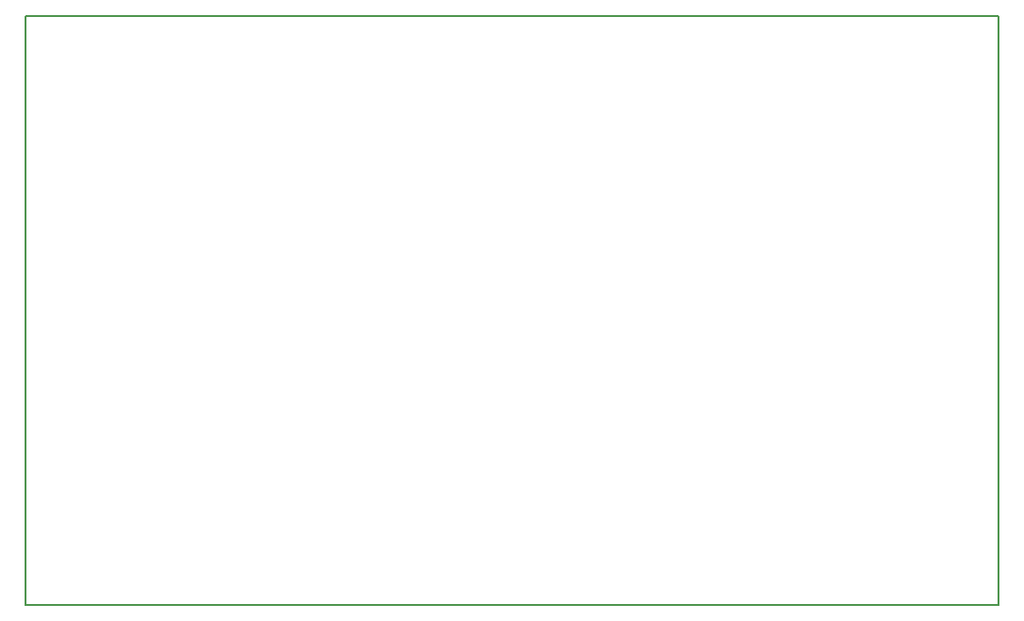
<source format=gm1>
G04 MADE WITH FRITZING*
G04 WWW.FRITZING.ORG*
G04 DOUBLE SIDED*
G04 HOLES PLATED*
G04 CONTOUR ON CENTER OF CONTOUR VECTOR*
%ASAXBY*%
%FSLAX23Y23*%
%MOIN*%
%OFA0B0*%
%SFA1.0B1.0*%
%ADD10R,3.440800X2.088970*%
%ADD11C,0.008000*%
%ADD10C,0.008*%
%LNCONTOUR*%
G90*
G70*
G54D10*
G54D11*
X4Y2085D02*
X3437Y2085D01*
X3437Y4D01*
X4Y4D01*
X4Y2085D01*
D02*
G04 End of contour*
M02*
</source>
